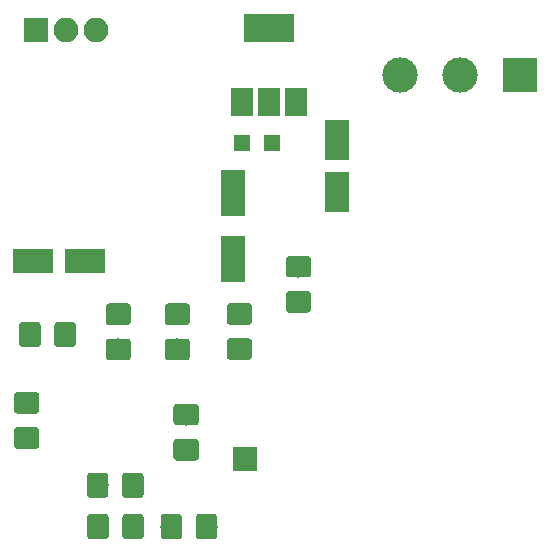
<source format=gbr>
G04 #@! TF.GenerationSoftware,KiCad,Pcbnew,5.0.0-fee4fd1~66~ubuntu16.04.1*
G04 #@! TF.CreationDate,2018-09-10T21:40:52+02:00*
G04 #@! TF.ProjectId,fpvlaptracker32,6670766C6170747261636B657233322E,rev?*
G04 #@! TF.SameCoordinates,Original*
G04 #@! TF.FileFunction,Soldermask,Bot*
G04 #@! TF.FilePolarity,Negative*
%FSLAX46Y46*%
G04 Gerber Fmt 4.6, Leading zero omitted, Abs format (unit mm)*
G04 Created by KiCad (PCBNEW 5.0.0-fee4fd1~66~ubuntu16.04.1) date Mon Sep 10 21:40:52 2018*
%MOMM*%
%LPD*%
G01*
G04 APERTURE LIST*
%ADD10R,3.000000X3.000000*%
%ADD11C,3.000000*%
%ADD12R,4.200000X2.400000*%
%ADD13R,1.900000X2.400000*%
%ADD14R,1.400000X1.400000*%
%ADD15C,0.100000*%
%ADD16C,1.825000*%
%ADD17R,2.000000X3.400000*%
%ADD18R,2.000000X3.900000*%
%ADD19R,3.400000X2.000000*%
%ADD20R,2.100000X2.100000*%
%ADD21O,2.100000X2.100000*%
G04 APERTURE END LIST*
D10*
G04 #@! TO.C,J1*
X179500000Y-82750000D03*
D11*
X174420000Y-82750000D03*
X169340000Y-82750000D03*
G04 #@! TD*
D12*
G04 #@! TO.C,U2*
X158250000Y-78750000D03*
D13*
X158250000Y-85050000D03*
X155950000Y-85050000D03*
X160550000Y-85050000D03*
G04 #@! TD*
D14*
G04 #@! TO.C,D4*
X158500000Y-88500000D03*
X156000000Y-88500000D03*
G04 #@! TD*
D15*
G04 #@! TO.C,C6*
G36*
X141623707Y-103676542D02*
X141654787Y-103681152D01*
X141685266Y-103688787D01*
X141714850Y-103699372D01*
X141743254Y-103712806D01*
X141770204Y-103728959D01*
X141795442Y-103747677D01*
X141818723Y-103768777D01*
X141839823Y-103792058D01*
X141858541Y-103817296D01*
X141874694Y-103844246D01*
X141888128Y-103872650D01*
X141898713Y-103902234D01*
X141906348Y-103932713D01*
X141910958Y-103963793D01*
X141912500Y-103995176D01*
X141912500Y-105504824D01*
X141910958Y-105536207D01*
X141906348Y-105567287D01*
X141898713Y-105597766D01*
X141888128Y-105627350D01*
X141874694Y-105655754D01*
X141858541Y-105682704D01*
X141839823Y-105707942D01*
X141818723Y-105731223D01*
X141795442Y-105752323D01*
X141770204Y-105771041D01*
X141743254Y-105787194D01*
X141714850Y-105800628D01*
X141685266Y-105811213D01*
X141654787Y-105818848D01*
X141623707Y-105823458D01*
X141592324Y-105825000D01*
X140407676Y-105825000D01*
X140376293Y-105823458D01*
X140345213Y-105818848D01*
X140314734Y-105811213D01*
X140285150Y-105800628D01*
X140256746Y-105787194D01*
X140229796Y-105771041D01*
X140204558Y-105752323D01*
X140181277Y-105731223D01*
X140160177Y-105707942D01*
X140141459Y-105682704D01*
X140125306Y-105655754D01*
X140111872Y-105627350D01*
X140101287Y-105597766D01*
X140093652Y-105567287D01*
X140089042Y-105536207D01*
X140087500Y-105504824D01*
X140087500Y-103995176D01*
X140089042Y-103963793D01*
X140093652Y-103932713D01*
X140101287Y-103902234D01*
X140111872Y-103872650D01*
X140125306Y-103844246D01*
X140141459Y-103817296D01*
X140160177Y-103792058D01*
X140181277Y-103768777D01*
X140204558Y-103747677D01*
X140229796Y-103728959D01*
X140256746Y-103712806D01*
X140285150Y-103699372D01*
X140314734Y-103688787D01*
X140345213Y-103681152D01*
X140376293Y-103676542D01*
X140407676Y-103675000D01*
X141592324Y-103675000D01*
X141623707Y-103676542D01*
X141623707Y-103676542D01*
G37*
D16*
X141000000Y-104750000D03*
D15*
G36*
X138648707Y-103676542D02*
X138679787Y-103681152D01*
X138710266Y-103688787D01*
X138739850Y-103699372D01*
X138768254Y-103712806D01*
X138795204Y-103728959D01*
X138820442Y-103747677D01*
X138843723Y-103768777D01*
X138864823Y-103792058D01*
X138883541Y-103817296D01*
X138899694Y-103844246D01*
X138913128Y-103872650D01*
X138923713Y-103902234D01*
X138931348Y-103932713D01*
X138935958Y-103963793D01*
X138937500Y-103995176D01*
X138937500Y-105504824D01*
X138935958Y-105536207D01*
X138931348Y-105567287D01*
X138923713Y-105597766D01*
X138913128Y-105627350D01*
X138899694Y-105655754D01*
X138883541Y-105682704D01*
X138864823Y-105707942D01*
X138843723Y-105731223D01*
X138820442Y-105752323D01*
X138795204Y-105771041D01*
X138768254Y-105787194D01*
X138739850Y-105800628D01*
X138710266Y-105811213D01*
X138679787Y-105818848D01*
X138648707Y-105823458D01*
X138617324Y-105825000D01*
X137432676Y-105825000D01*
X137401293Y-105823458D01*
X137370213Y-105818848D01*
X137339734Y-105811213D01*
X137310150Y-105800628D01*
X137281746Y-105787194D01*
X137254796Y-105771041D01*
X137229558Y-105752323D01*
X137206277Y-105731223D01*
X137185177Y-105707942D01*
X137166459Y-105682704D01*
X137150306Y-105655754D01*
X137136872Y-105627350D01*
X137126287Y-105597766D01*
X137118652Y-105567287D01*
X137114042Y-105536207D01*
X137112500Y-105504824D01*
X137112500Y-103995176D01*
X137114042Y-103963793D01*
X137118652Y-103932713D01*
X137126287Y-103902234D01*
X137136872Y-103872650D01*
X137150306Y-103844246D01*
X137166459Y-103817296D01*
X137185177Y-103792058D01*
X137206277Y-103768777D01*
X137229558Y-103747677D01*
X137254796Y-103728959D01*
X137281746Y-103712806D01*
X137310150Y-103699372D01*
X137339734Y-103688787D01*
X137370213Y-103681152D01*
X137401293Y-103676542D01*
X137432676Y-103675000D01*
X138617324Y-103675000D01*
X138648707Y-103676542D01*
X138648707Y-103676542D01*
G37*
D16*
X138025000Y-104750000D03*
G04 #@! TD*
D15*
G04 #@! TO.C,R4*
G36*
X161536207Y-98089042D02*
X161567287Y-98093652D01*
X161597766Y-98101287D01*
X161627350Y-98111872D01*
X161655754Y-98125306D01*
X161682704Y-98141459D01*
X161707942Y-98160177D01*
X161731223Y-98181277D01*
X161752323Y-98204558D01*
X161771041Y-98229796D01*
X161787194Y-98256746D01*
X161800628Y-98285150D01*
X161811213Y-98314734D01*
X161818848Y-98345213D01*
X161823458Y-98376293D01*
X161825000Y-98407676D01*
X161825000Y-99592324D01*
X161823458Y-99623707D01*
X161818848Y-99654787D01*
X161811213Y-99685266D01*
X161800628Y-99714850D01*
X161787194Y-99743254D01*
X161771041Y-99770204D01*
X161752323Y-99795442D01*
X161731223Y-99818723D01*
X161707942Y-99839823D01*
X161682704Y-99858541D01*
X161655754Y-99874694D01*
X161627350Y-99888128D01*
X161597766Y-99898713D01*
X161567287Y-99906348D01*
X161536207Y-99910958D01*
X161504824Y-99912500D01*
X159995176Y-99912500D01*
X159963793Y-99910958D01*
X159932713Y-99906348D01*
X159902234Y-99898713D01*
X159872650Y-99888128D01*
X159844246Y-99874694D01*
X159817296Y-99858541D01*
X159792058Y-99839823D01*
X159768777Y-99818723D01*
X159747677Y-99795442D01*
X159728959Y-99770204D01*
X159712806Y-99743254D01*
X159699372Y-99714850D01*
X159688787Y-99685266D01*
X159681152Y-99654787D01*
X159676542Y-99623707D01*
X159675000Y-99592324D01*
X159675000Y-98407676D01*
X159676542Y-98376293D01*
X159681152Y-98345213D01*
X159688787Y-98314734D01*
X159699372Y-98285150D01*
X159712806Y-98256746D01*
X159728959Y-98229796D01*
X159747677Y-98204558D01*
X159768777Y-98181277D01*
X159792058Y-98160177D01*
X159817296Y-98141459D01*
X159844246Y-98125306D01*
X159872650Y-98111872D01*
X159902234Y-98101287D01*
X159932713Y-98093652D01*
X159963793Y-98089042D01*
X159995176Y-98087500D01*
X161504824Y-98087500D01*
X161536207Y-98089042D01*
X161536207Y-98089042D01*
G37*
D16*
X160750000Y-99000000D03*
D15*
G36*
X161536207Y-101064042D02*
X161567287Y-101068652D01*
X161597766Y-101076287D01*
X161627350Y-101086872D01*
X161655754Y-101100306D01*
X161682704Y-101116459D01*
X161707942Y-101135177D01*
X161731223Y-101156277D01*
X161752323Y-101179558D01*
X161771041Y-101204796D01*
X161787194Y-101231746D01*
X161800628Y-101260150D01*
X161811213Y-101289734D01*
X161818848Y-101320213D01*
X161823458Y-101351293D01*
X161825000Y-101382676D01*
X161825000Y-102567324D01*
X161823458Y-102598707D01*
X161818848Y-102629787D01*
X161811213Y-102660266D01*
X161800628Y-102689850D01*
X161787194Y-102718254D01*
X161771041Y-102745204D01*
X161752323Y-102770442D01*
X161731223Y-102793723D01*
X161707942Y-102814823D01*
X161682704Y-102833541D01*
X161655754Y-102849694D01*
X161627350Y-102863128D01*
X161597766Y-102873713D01*
X161567287Y-102881348D01*
X161536207Y-102885958D01*
X161504824Y-102887500D01*
X159995176Y-102887500D01*
X159963793Y-102885958D01*
X159932713Y-102881348D01*
X159902234Y-102873713D01*
X159872650Y-102863128D01*
X159844246Y-102849694D01*
X159817296Y-102833541D01*
X159792058Y-102814823D01*
X159768777Y-102793723D01*
X159747677Y-102770442D01*
X159728959Y-102745204D01*
X159712806Y-102718254D01*
X159699372Y-102689850D01*
X159688787Y-102660266D01*
X159681152Y-102629787D01*
X159676542Y-102598707D01*
X159675000Y-102567324D01*
X159675000Y-101382676D01*
X159676542Y-101351293D01*
X159681152Y-101320213D01*
X159688787Y-101289734D01*
X159699372Y-101260150D01*
X159712806Y-101231746D01*
X159728959Y-101204796D01*
X159747677Y-101179558D01*
X159768777Y-101156277D01*
X159792058Y-101135177D01*
X159817296Y-101116459D01*
X159844246Y-101100306D01*
X159872650Y-101086872D01*
X159902234Y-101076287D01*
X159932713Y-101068652D01*
X159963793Y-101064042D01*
X159995176Y-101062500D01*
X161504824Y-101062500D01*
X161536207Y-101064042D01*
X161536207Y-101064042D01*
G37*
D16*
X160750000Y-101975000D03*
G04 #@! TD*
D15*
G04 #@! TO.C,R6*
G36*
X153598707Y-119926542D02*
X153629787Y-119931152D01*
X153660266Y-119938787D01*
X153689850Y-119949372D01*
X153718254Y-119962806D01*
X153745204Y-119978959D01*
X153770442Y-119997677D01*
X153793723Y-120018777D01*
X153814823Y-120042058D01*
X153833541Y-120067296D01*
X153849694Y-120094246D01*
X153863128Y-120122650D01*
X153873713Y-120152234D01*
X153881348Y-120182713D01*
X153885958Y-120213793D01*
X153887500Y-120245176D01*
X153887500Y-121754824D01*
X153885958Y-121786207D01*
X153881348Y-121817287D01*
X153873713Y-121847766D01*
X153863128Y-121877350D01*
X153849694Y-121905754D01*
X153833541Y-121932704D01*
X153814823Y-121957942D01*
X153793723Y-121981223D01*
X153770442Y-122002323D01*
X153745204Y-122021041D01*
X153718254Y-122037194D01*
X153689850Y-122050628D01*
X153660266Y-122061213D01*
X153629787Y-122068848D01*
X153598707Y-122073458D01*
X153567324Y-122075000D01*
X152382676Y-122075000D01*
X152351293Y-122073458D01*
X152320213Y-122068848D01*
X152289734Y-122061213D01*
X152260150Y-122050628D01*
X152231746Y-122037194D01*
X152204796Y-122021041D01*
X152179558Y-122002323D01*
X152156277Y-121981223D01*
X152135177Y-121957942D01*
X152116459Y-121932704D01*
X152100306Y-121905754D01*
X152086872Y-121877350D01*
X152076287Y-121847766D01*
X152068652Y-121817287D01*
X152064042Y-121786207D01*
X152062500Y-121754824D01*
X152062500Y-120245176D01*
X152064042Y-120213793D01*
X152068652Y-120182713D01*
X152076287Y-120152234D01*
X152086872Y-120122650D01*
X152100306Y-120094246D01*
X152116459Y-120067296D01*
X152135177Y-120042058D01*
X152156277Y-120018777D01*
X152179558Y-119997677D01*
X152204796Y-119978959D01*
X152231746Y-119962806D01*
X152260150Y-119949372D01*
X152289734Y-119938787D01*
X152320213Y-119931152D01*
X152351293Y-119926542D01*
X152382676Y-119925000D01*
X153567324Y-119925000D01*
X153598707Y-119926542D01*
X153598707Y-119926542D01*
G37*
D16*
X152975000Y-121000000D03*
D15*
G36*
X150623707Y-119926542D02*
X150654787Y-119931152D01*
X150685266Y-119938787D01*
X150714850Y-119949372D01*
X150743254Y-119962806D01*
X150770204Y-119978959D01*
X150795442Y-119997677D01*
X150818723Y-120018777D01*
X150839823Y-120042058D01*
X150858541Y-120067296D01*
X150874694Y-120094246D01*
X150888128Y-120122650D01*
X150898713Y-120152234D01*
X150906348Y-120182713D01*
X150910958Y-120213793D01*
X150912500Y-120245176D01*
X150912500Y-121754824D01*
X150910958Y-121786207D01*
X150906348Y-121817287D01*
X150898713Y-121847766D01*
X150888128Y-121877350D01*
X150874694Y-121905754D01*
X150858541Y-121932704D01*
X150839823Y-121957942D01*
X150818723Y-121981223D01*
X150795442Y-122002323D01*
X150770204Y-122021041D01*
X150743254Y-122037194D01*
X150714850Y-122050628D01*
X150685266Y-122061213D01*
X150654787Y-122068848D01*
X150623707Y-122073458D01*
X150592324Y-122075000D01*
X149407676Y-122075000D01*
X149376293Y-122073458D01*
X149345213Y-122068848D01*
X149314734Y-122061213D01*
X149285150Y-122050628D01*
X149256746Y-122037194D01*
X149229796Y-122021041D01*
X149204558Y-122002323D01*
X149181277Y-121981223D01*
X149160177Y-121957942D01*
X149141459Y-121932704D01*
X149125306Y-121905754D01*
X149111872Y-121877350D01*
X149101287Y-121847766D01*
X149093652Y-121817287D01*
X149089042Y-121786207D01*
X149087500Y-121754824D01*
X149087500Y-120245176D01*
X149089042Y-120213793D01*
X149093652Y-120182713D01*
X149101287Y-120152234D01*
X149111872Y-120122650D01*
X149125306Y-120094246D01*
X149141459Y-120067296D01*
X149160177Y-120042058D01*
X149181277Y-120018777D01*
X149204558Y-119997677D01*
X149229796Y-119978959D01*
X149256746Y-119962806D01*
X149285150Y-119949372D01*
X149314734Y-119938787D01*
X149345213Y-119931152D01*
X149376293Y-119926542D01*
X149407676Y-119925000D01*
X150592324Y-119925000D01*
X150623707Y-119926542D01*
X150623707Y-119926542D01*
G37*
D16*
X150000000Y-121000000D03*
G04 #@! TD*
D15*
G04 #@! TO.C,R7*
G36*
X147373707Y-119926542D02*
X147404787Y-119931152D01*
X147435266Y-119938787D01*
X147464850Y-119949372D01*
X147493254Y-119962806D01*
X147520204Y-119978959D01*
X147545442Y-119997677D01*
X147568723Y-120018777D01*
X147589823Y-120042058D01*
X147608541Y-120067296D01*
X147624694Y-120094246D01*
X147638128Y-120122650D01*
X147648713Y-120152234D01*
X147656348Y-120182713D01*
X147660958Y-120213793D01*
X147662500Y-120245176D01*
X147662500Y-121754824D01*
X147660958Y-121786207D01*
X147656348Y-121817287D01*
X147648713Y-121847766D01*
X147638128Y-121877350D01*
X147624694Y-121905754D01*
X147608541Y-121932704D01*
X147589823Y-121957942D01*
X147568723Y-121981223D01*
X147545442Y-122002323D01*
X147520204Y-122021041D01*
X147493254Y-122037194D01*
X147464850Y-122050628D01*
X147435266Y-122061213D01*
X147404787Y-122068848D01*
X147373707Y-122073458D01*
X147342324Y-122075000D01*
X146157676Y-122075000D01*
X146126293Y-122073458D01*
X146095213Y-122068848D01*
X146064734Y-122061213D01*
X146035150Y-122050628D01*
X146006746Y-122037194D01*
X145979796Y-122021041D01*
X145954558Y-122002323D01*
X145931277Y-121981223D01*
X145910177Y-121957942D01*
X145891459Y-121932704D01*
X145875306Y-121905754D01*
X145861872Y-121877350D01*
X145851287Y-121847766D01*
X145843652Y-121817287D01*
X145839042Y-121786207D01*
X145837500Y-121754824D01*
X145837500Y-120245176D01*
X145839042Y-120213793D01*
X145843652Y-120182713D01*
X145851287Y-120152234D01*
X145861872Y-120122650D01*
X145875306Y-120094246D01*
X145891459Y-120067296D01*
X145910177Y-120042058D01*
X145931277Y-120018777D01*
X145954558Y-119997677D01*
X145979796Y-119978959D01*
X146006746Y-119962806D01*
X146035150Y-119949372D01*
X146064734Y-119938787D01*
X146095213Y-119931152D01*
X146126293Y-119926542D01*
X146157676Y-119925000D01*
X147342324Y-119925000D01*
X147373707Y-119926542D01*
X147373707Y-119926542D01*
G37*
D16*
X146750000Y-121000000D03*
D15*
G36*
X144398707Y-119926542D02*
X144429787Y-119931152D01*
X144460266Y-119938787D01*
X144489850Y-119949372D01*
X144518254Y-119962806D01*
X144545204Y-119978959D01*
X144570442Y-119997677D01*
X144593723Y-120018777D01*
X144614823Y-120042058D01*
X144633541Y-120067296D01*
X144649694Y-120094246D01*
X144663128Y-120122650D01*
X144673713Y-120152234D01*
X144681348Y-120182713D01*
X144685958Y-120213793D01*
X144687500Y-120245176D01*
X144687500Y-121754824D01*
X144685958Y-121786207D01*
X144681348Y-121817287D01*
X144673713Y-121847766D01*
X144663128Y-121877350D01*
X144649694Y-121905754D01*
X144633541Y-121932704D01*
X144614823Y-121957942D01*
X144593723Y-121981223D01*
X144570442Y-122002323D01*
X144545204Y-122021041D01*
X144518254Y-122037194D01*
X144489850Y-122050628D01*
X144460266Y-122061213D01*
X144429787Y-122068848D01*
X144398707Y-122073458D01*
X144367324Y-122075000D01*
X143182676Y-122075000D01*
X143151293Y-122073458D01*
X143120213Y-122068848D01*
X143089734Y-122061213D01*
X143060150Y-122050628D01*
X143031746Y-122037194D01*
X143004796Y-122021041D01*
X142979558Y-122002323D01*
X142956277Y-121981223D01*
X142935177Y-121957942D01*
X142916459Y-121932704D01*
X142900306Y-121905754D01*
X142886872Y-121877350D01*
X142876287Y-121847766D01*
X142868652Y-121817287D01*
X142864042Y-121786207D01*
X142862500Y-121754824D01*
X142862500Y-120245176D01*
X142864042Y-120213793D01*
X142868652Y-120182713D01*
X142876287Y-120152234D01*
X142886872Y-120122650D01*
X142900306Y-120094246D01*
X142916459Y-120067296D01*
X142935177Y-120042058D01*
X142956277Y-120018777D01*
X142979558Y-119997677D01*
X143004796Y-119978959D01*
X143031746Y-119962806D01*
X143060150Y-119949372D01*
X143089734Y-119938787D01*
X143120213Y-119931152D01*
X143151293Y-119926542D01*
X143182676Y-119925000D01*
X144367324Y-119925000D01*
X144398707Y-119926542D01*
X144398707Y-119926542D01*
G37*
D16*
X143775000Y-121000000D03*
G04 #@! TD*
D15*
G04 #@! TO.C,R8*
G36*
X151286207Y-105089042D02*
X151317287Y-105093652D01*
X151347766Y-105101287D01*
X151377350Y-105111872D01*
X151405754Y-105125306D01*
X151432704Y-105141459D01*
X151457942Y-105160177D01*
X151481223Y-105181277D01*
X151502323Y-105204558D01*
X151521041Y-105229796D01*
X151537194Y-105256746D01*
X151550628Y-105285150D01*
X151561213Y-105314734D01*
X151568848Y-105345213D01*
X151573458Y-105376293D01*
X151575000Y-105407676D01*
X151575000Y-106592324D01*
X151573458Y-106623707D01*
X151568848Y-106654787D01*
X151561213Y-106685266D01*
X151550628Y-106714850D01*
X151537194Y-106743254D01*
X151521041Y-106770204D01*
X151502323Y-106795442D01*
X151481223Y-106818723D01*
X151457942Y-106839823D01*
X151432704Y-106858541D01*
X151405754Y-106874694D01*
X151377350Y-106888128D01*
X151347766Y-106898713D01*
X151317287Y-106906348D01*
X151286207Y-106910958D01*
X151254824Y-106912500D01*
X149745176Y-106912500D01*
X149713793Y-106910958D01*
X149682713Y-106906348D01*
X149652234Y-106898713D01*
X149622650Y-106888128D01*
X149594246Y-106874694D01*
X149567296Y-106858541D01*
X149542058Y-106839823D01*
X149518777Y-106818723D01*
X149497677Y-106795442D01*
X149478959Y-106770204D01*
X149462806Y-106743254D01*
X149449372Y-106714850D01*
X149438787Y-106685266D01*
X149431152Y-106654787D01*
X149426542Y-106623707D01*
X149425000Y-106592324D01*
X149425000Y-105407676D01*
X149426542Y-105376293D01*
X149431152Y-105345213D01*
X149438787Y-105314734D01*
X149449372Y-105285150D01*
X149462806Y-105256746D01*
X149478959Y-105229796D01*
X149497677Y-105204558D01*
X149518777Y-105181277D01*
X149542058Y-105160177D01*
X149567296Y-105141459D01*
X149594246Y-105125306D01*
X149622650Y-105111872D01*
X149652234Y-105101287D01*
X149682713Y-105093652D01*
X149713793Y-105089042D01*
X149745176Y-105087500D01*
X151254824Y-105087500D01*
X151286207Y-105089042D01*
X151286207Y-105089042D01*
G37*
D16*
X150500000Y-106000000D03*
D15*
G36*
X151286207Y-102114042D02*
X151317287Y-102118652D01*
X151347766Y-102126287D01*
X151377350Y-102136872D01*
X151405754Y-102150306D01*
X151432704Y-102166459D01*
X151457942Y-102185177D01*
X151481223Y-102206277D01*
X151502323Y-102229558D01*
X151521041Y-102254796D01*
X151537194Y-102281746D01*
X151550628Y-102310150D01*
X151561213Y-102339734D01*
X151568848Y-102370213D01*
X151573458Y-102401293D01*
X151575000Y-102432676D01*
X151575000Y-103617324D01*
X151573458Y-103648707D01*
X151568848Y-103679787D01*
X151561213Y-103710266D01*
X151550628Y-103739850D01*
X151537194Y-103768254D01*
X151521041Y-103795204D01*
X151502323Y-103820442D01*
X151481223Y-103843723D01*
X151457942Y-103864823D01*
X151432704Y-103883541D01*
X151405754Y-103899694D01*
X151377350Y-103913128D01*
X151347766Y-103923713D01*
X151317287Y-103931348D01*
X151286207Y-103935958D01*
X151254824Y-103937500D01*
X149745176Y-103937500D01*
X149713793Y-103935958D01*
X149682713Y-103931348D01*
X149652234Y-103923713D01*
X149622650Y-103913128D01*
X149594246Y-103899694D01*
X149567296Y-103883541D01*
X149542058Y-103864823D01*
X149518777Y-103843723D01*
X149497677Y-103820442D01*
X149478959Y-103795204D01*
X149462806Y-103768254D01*
X149449372Y-103739850D01*
X149438787Y-103710266D01*
X149431152Y-103679787D01*
X149426542Y-103648707D01*
X149425000Y-103617324D01*
X149425000Y-102432676D01*
X149426542Y-102401293D01*
X149431152Y-102370213D01*
X149438787Y-102339734D01*
X149449372Y-102310150D01*
X149462806Y-102281746D01*
X149478959Y-102254796D01*
X149497677Y-102229558D01*
X149518777Y-102206277D01*
X149542058Y-102185177D01*
X149567296Y-102166459D01*
X149594246Y-102150306D01*
X149622650Y-102136872D01*
X149652234Y-102126287D01*
X149682713Y-102118652D01*
X149713793Y-102114042D01*
X149745176Y-102112500D01*
X151254824Y-102112500D01*
X151286207Y-102114042D01*
X151286207Y-102114042D01*
G37*
D16*
X150500000Y-103025000D03*
G04 #@! TD*
D15*
G04 #@! TO.C,R9*
G36*
X146286207Y-105089042D02*
X146317287Y-105093652D01*
X146347766Y-105101287D01*
X146377350Y-105111872D01*
X146405754Y-105125306D01*
X146432704Y-105141459D01*
X146457942Y-105160177D01*
X146481223Y-105181277D01*
X146502323Y-105204558D01*
X146521041Y-105229796D01*
X146537194Y-105256746D01*
X146550628Y-105285150D01*
X146561213Y-105314734D01*
X146568848Y-105345213D01*
X146573458Y-105376293D01*
X146575000Y-105407676D01*
X146575000Y-106592324D01*
X146573458Y-106623707D01*
X146568848Y-106654787D01*
X146561213Y-106685266D01*
X146550628Y-106714850D01*
X146537194Y-106743254D01*
X146521041Y-106770204D01*
X146502323Y-106795442D01*
X146481223Y-106818723D01*
X146457942Y-106839823D01*
X146432704Y-106858541D01*
X146405754Y-106874694D01*
X146377350Y-106888128D01*
X146347766Y-106898713D01*
X146317287Y-106906348D01*
X146286207Y-106910958D01*
X146254824Y-106912500D01*
X144745176Y-106912500D01*
X144713793Y-106910958D01*
X144682713Y-106906348D01*
X144652234Y-106898713D01*
X144622650Y-106888128D01*
X144594246Y-106874694D01*
X144567296Y-106858541D01*
X144542058Y-106839823D01*
X144518777Y-106818723D01*
X144497677Y-106795442D01*
X144478959Y-106770204D01*
X144462806Y-106743254D01*
X144449372Y-106714850D01*
X144438787Y-106685266D01*
X144431152Y-106654787D01*
X144426542Y-106623707D01*
X144425000Y-106592324D01*
X144425000Y-105407676D01*
X144426542Y-105376293D01*
X144431152Y-105345213D01*
X144438787Y-105314734D01*
X144449372Y-105285150D01*
X144462806Y-105256746D01*
X144478959Y-105229796D01*
X144497677Y-105204558D01*
X144518777Y-105181277D01*
X144542058Y-105160177D01*
X144567296Y-105141459D01*
X144594246Y-105125306D01*
X144622650Y-105111872D01*
X144652234Y-105101287D01*
X144682713Y-105093652D01*
X144713793Y-105089042D01*
X144745176Y-105087500D01*
X146254824Y-105087500D01*
X146286207Y-105089042D01*
X146286207Y-105089042D01*
G37*
D16*
X145500000Y-106000000D03*
D15*
G36*
X146286207Y-102114042D02*
X146317287Y-102118652D01*
X146347766Y-102126287D01*
X146377350Y-102136872D01*
X146405754Y-102150306D01*
X146432704Y-102166459D01*
X146457942Y-102185177D01*
X146481223Y-102206277D01*
X146502323Y-102229558D01*
X146521041Y-102254796D01*
X146537194Y-102281746D01*
X146550628Y-102310150D01*
X146561213Y-102339734D01*
X146568848Y-102370213D01*
X146573458Y-102401293D01*
X146575000Y-102432676D01*
X146575000Y-103617324D01*
X146573458Y-103648707D01*
X146568848Y-103679787D01*
X146561213Y-103710266D01*
X146550628Y-103739850D01*
X146537194Y-103768254D01*
X146521041Y-103795204D01*
X146502323Y-103820442D01*
X146481223Y-103843723D01*
X146457942Y-103864823D01*
X146432704Y-103883541D01*
X146405754Y-103899694D01*
X146377350Y-103913128D01*
X146347766Y-103923713D01*
X146317287Y-103931348D01*
X146286207Y-103935958D01*
X146254824Y-103937500D01*
X144745176Y-103937500D01*
X144713793Y-103935958D01*
X144682713Y-103931348D01*
X144652234Y-103923713D01*
X144622650Y-103913128D01*
X144594246Y-103899694D01*
X144567296Y-103883541D01*
X144542058Y-103864823D01*
X144518777Y-103843723D01*
X144497677Y-103820442D01*
X144478959Y-103795204D01*
X144462806Y-103768254D01*
X144449372Y-103739850D01*
X144438787Y-103710266D01*
X144431152Y-103679787D01*
X144426542Y-103648707D01*
X144425000Y-103617324D01*
X144425000Y-102432676D01*
X144426542Y-102401293D01*
X144431152Y-102370213D01*
X144438787Y-102339734D01*
X144449372Y-102310150D01*
X144462806Y-102281746D01*
X144478959Y-102254796D01*
X144497677Y-102229558D01*
X144518777Y-102206277D01*
X144542058Y-102185177D01*
X144567296Y-102166459D01*
X144594246Y-102150306D01*
X144622650Y-102136872D01*
X144652234Y-102126287D01*
X144682713Y-102118652D01*
X144713793Y-102114042D01*
X144745176Y-102112500D01*
X146254824Y-102112500D01*
X146286207Y-102114042D01*
X146286207Y-102114042D01*
G37*
D16*
X145500000Y-103025000D03*
G04 #@! TD*
D15*
G04 #@! TO.C,R12*
G36*
X138536207Y-112589042D02*
X138567287Y-112593652D01*
X138597766Y-112601287D01*
X138627350Y-112611872D01*
X138655754Y-112625306D01*
X138682704Y-112641459D01*
X138707942Y-112660177D01*
X138731223Y-112681277D01*
X138752323Y-112704558D01*
X138771041Y-112729796D01*
X138787194Y-112756746D01*
X138800628Y-112785150D01*
X138811213Y-112814734D01*
X138818848Y-112845213D01*
X138823458Y-112876293D01*
X138825000Y-112907676D01*
X138825000Y-114092324D01*
X138823458Y-114123707D01*
X138818848Y-114154787D01*
X138811213Y-114185266D01*
X138800628Y-114214850D01*
X138787194Y-114243254D01*
X138771041Y-114270204D01*
X138752323Y-114295442D01*
X138731223Y-114318723D01*
X138707942Y-114339823D01*
X138682704Y-114358541D01*
X138655754Y-114374694D01*
X138627350Y-114388128D01*
X138597766Y-114398713D01*
X138567287Y-114406348D01*
X138536207Y-114410958D01*
X138504824Y-114412500D01*
X136995176Y-114412500D01*
X136963793Y-114410958D01*
X136932713Y-114406348D01*
X136902234Y-114398713D01*
X136872650Y-114388128D01*
X136844246Y-114374694D01*
X136817296Y-114358541D01*
X136792058Y-114339823D01*
X136768777Y-114318723D01*
X136747677Y-114295442D01*
X136728959Y-114270204D01*
X136712806Y-114243254D01*
X136699372Y-114214850D01*
X136688787Y-114185266D01*
X136681152Y-114154787D01*
X136676542Y-114123707D01*
X136675000Y-114092324D01*
X136675000Y-112907676D01*
X136676542Y-112876293D01*
X136681152Y-112845213D01*
X136688787Y-112814734D01*
X136699372Y-112785150D01*
X136712806Y-112756746D01*
X136728959Y-112729796D01*
X136747677Y-112704558D01*
X136768777Y-112681277D01*
X136792058Y-112660177D01*
X136817296Y-112641459D01*
X136844246Y-112625306D01*
X136872650Y-112611872D01*
X136902234Y-112601287D01*
X136932713Y-112593652D01*
X136963793Y-112589042D01*
X136995176Y-112587500D01*
X138504824Y-112587500D01*
X138536207Y-112589042D01*
X138536207Y-112589042D01*
G37*
D16*
X137750000Y-113500000D03*
D15*
G36*
X138536207Y-109614042D02*
X138567287Y-109618652D01*
X138597766Y-109626287D01*
X138627350Y-109636872D01*
X138655754Y-109650306D01*
X138682704Y-109666459D01*
X138707942Y-109685177D01*
X138731223Y-109706277D01*
X138752323Y-109729558D01*
X138771041Y-109754796D01*
X138787194Y-109781746D01*
X138800628Y-109810150D01*
X138811213Y-109839734D01*
X138818848Y-109870213D01*
X138823458Y-109901293D01*
X138825000Y-109932676D01*
X138825000Y-111117324D01*
X138823458Y-111148707D01*
X138818848Y-111179787D01*
X138811213Y-111210266D01*
X138800628Y-111239850D01*
X138787194Y-111268254D01*
X138771041Y-111295204D01*
X138752323Y-111320442D01*
X138731223Y-111343723D01*
X138707942Y-111364823D01*
X138682704Y-111383541D01*
X138655754Y-111399694D01*
X138627350Y-111413128D01*
X138597766Y-111423713D01*
X138567287Y-111431348D01*
X138536207Y-111435958D01*
X138504824Y-111437500D01*
X136995176Y-111437500D01*
X136963793Y-111435958D01*
X136932713Y-111431348D01*
X136902234Y-111423713D01*
X136872650Y-111413128D01*
X136844246Y-111399694D01*
X136817296Y-111383541D01*
X136792058Y-111364823D01*
X136768777Y-111343723D01*
X136747677Y-111320442D01*
X136728959Y-111295204D01*
X136712806Y-111268254D01*
X136699372Y-111239850D01*
X136688787Y-111210266D01*
X136681152Y-111179787D01*
X136676542Y-111148707D01*
X136675000Y-111117324D01*
X136675000Y-109932676D01*
X136676542Y-109901293D01*
X136681152Y-109870213D01*
X136688787Y-109839734D01*
X136699372Y-109810150D01*
X136712806Y-109781746D01*
X136728959Y-109754796D01*
X136747677Y-109729558D01*
X136768777Y-109706277D01*
X136792058Y-109685177D01*
X136817296Y-109666459D01*
X136844246Y-109650306D01*
X136872650Y-109636872D01*
X136902234Y-109626287D01*
X136932713Y-109618652D01*
X136963793Y-109614042D01*
X136995176Y-109612500D01*
X138504824Y-109612500D01*
X138536207Y-109614042D01*
X138536207Y-109614042D01*
G37*
D16*
X137750000Y-110525000D03*
G04 #@! TD*
D17*
G04 #@! TO.C,C7*
X164000000Y-92700000D03*
X164000000Y-88300000D03*
G04 #@! TD*
D18*
G04 #@! TO.C,C8*
X155250000Y-92750000D03*
X155250000Y-98350000D03*
G04 #@! TD*
D19*
G04 #@! TO.C,C9*
X138300000Y-98500000D03*
X142700000Y-98500000D03*
G04 #@! TD*
D20*
G04 #@! TO.C,J2*
X138500000Y-79000000D03*
D21*
X141040000Y-79000000D03*
X143580000Y-79000000D03*
G04 #@! TD*
D15*
G04 #@! TO.C,C1*
G36*
X147361207Y-116426542D02*
X147392287Y-116431152D01*
X147422766Y-116438787D01*
X147452350Y-116449372D01*
X147480754Y-116462806D01*
X147507704Y-116478959D01*
X147532942Y-116497677D01*
X147556223Y-116518777D01*
X147577323Y-116542058D01*
X147596041Y-116567296D01*
X147612194Y-116594246D01*
X147625628Y-116622650D01*
X147636213Y-116652234D01*
X147643848Y-116682713D01*
X147648458Y-116713793D01*
X147650000Y-116745176D01*
X147650000Y-118254824D01*
X147648458Y-118286207D01*
X147643848Y-118317287D01*
X147636213Y-118347766D01*
X147625628Y-118377350D01*
X147612194Y-118405754D01*
X147596041Y-118432704D01*
X147577323Y-118457942D01*
X147556223Y-118481223D01*
X147532942Y-118502323D01*
X147507704Y-118521041D01*
X147480754Y-118537194D01*
X147452350Y-118550628D01*
X147422766Y-118561213D01*
X147392287Y-118568848D01*
X147361207Y-118573458D01*
X147329824Y-118575000D01*
X146145176Y-118575000D01*
X146113793Y-118573458D01*
X146082713Y-118568848D01*
X146052234Y-118561213D01*
X146022650Y-118550628D01*
X145994246Y-118537194D01*
X145967296Y-118521041D01*
X145942058Y-118502323D01*
X145918777Y-118481223D01*
X145897677Y-118457942D01*
X145878959Y-118432704D01*
X145862806Y-118405754D01*
X145849372Y-118377350D01*
X145838787Y-118347766D01*
X145831152Y-118317287D01*
X145826542Y-118286207D01*
X145825000Y-118254824D01*
X145825000Y-116745176D01*
X145826542Y-116713793D01*
X145831152Y-116682713D01*
X145838787Y-116652234D01*
X145849372Y-116622650D01*
X145862806Y-116594246D01*
X145878959Y-116567296D01*
X145897677Y-116542058D01*
X145918777Y-116518777D01*
X145942058Y-116497677D01*
X145967296Y-116478959D01*
X145994246Y-116462806D01*
X146022650Y-116449372D01*
X146052234Y-116438787D01*
X146082713Y-116431152D01*
X146113793Y-116426542D01*
X146145176Y-116425000D01*
X147329824Y-116425000D01*
X147361207Y-116426542D01*
X147361207Y-116426542D01*
G37*
D16*
X146737500Y-117500000D03*
D15*
G36*
X144386207Y-116426542D02*
X144417287Y-116431152D01*
X144447766Y-116438787D01*
X144477350Y-116449372D01*
X144505754Y-116462806D01*
X144532704Y-116478959D01*
X144557942Y-116497677D01*
X144581223Y-116518777D01*
X144602323Y-116542058D01*
X144621041Y-116567296D01*
X144637194Y-116594246D01*
X144650628Y-116622650D01*
X144661213Y-116652234D01*
X144668848Y-116682713D01*
X144673458Y-116713793D01*
X144675000Y-116745176D01*
X144675000Y-118254824D01*
X144673458Y-118286207D01*
X144668848Y-118317287D01*
X144661213Y-118347766D01*
X144650628Y-118377350D01*
X144637194Y-118405754D01*
X144621041Y-118432704D01*
X144602323Y-118457942D01*
X144581223Y-118481223D01*
X144557942Y-118502323D01*
X144532704Y-118521041D01*
X144505754Y-118537194D01*
X144477350Y-118550628D01*
X144447766Y-118561213D01*
X144417287Y-118568848D01*
X144386207Y-118573458D01*
X144354824Y-118575000D01*
X143170176Y-118575000D01*
X143138793Y-118573458D01*
X143107713Y-118568848D01*
X143077234Y-118561213D01*
X143047650Y-118550628D01*
X143019246Y-118537194D01*
X142992296Y-118521041D01*
X142967058Y-118502323D01*
X142943777Y-118481223D01*
X142922677Y-118457942D01*
X142903959Y-118432704D01*
X142887806Y-118405754D01*
X142874372Y-118377350D01*
X142863787Y-118347766D01*
X142856152Y-118317287D01*
X142851542Y-118286207D01*
X142850000Y-118254824D01*
X142850000Y-116745176D01*
X142851542Y-116713793D01*
X142856152Y-116682713D01*
X142863787Y-116652234D01*
X142874372Y-116622650D01*
X142887806Y-116594246D01*
X142903959Y-116567296D01*
X142922677Y-116542058D01*
X142943777Y-116518777D01*
X142967058Y-116497677D01*
X142992296Y-116478959D01*
X143019246Y-116462806D01*
X143047650Y-116449372D01*
X143077234Y-116438787D01*
X143107713Y-116431152D01*
X143138793Y-116426542D01*
X143170176Y-116425000D01*
X144354824Y-116425000D01*
X144386207Y-116426542D01*
X144386207Y-116426542D01*
G37*
D16*
X143762500Y-117500000D03*
G04 #@! TD*
D15*
G04 #@! TO.C,C2*
G36*
X156536207Y-105064042D02*
X156567287Y-105068652D01*
X156597766Y-105076287D01*
X156627350Y-105086872D01*
X156655754Y-105100306D01*
X156682704Y-105116459D01*
X156707942Y-105135177D01*
X156731223Y-105156277D01*
X156752323Y-105179558D01*
X156771041Y-105204796D01*
X156787194Y-105231746D01*
X156800628Y-105260150D01*
X156811213Y-105289734D01*
X156818848Y-105320213D01*
X156823458Y-105351293D01*
X156825000Y-105382676D01*
X156825000Y-106567324D01*
X156823458Y-106598707D01*
X156818848Y-106629787D01*
X156811213Y-106660266D01*
X156800628Y-106689850D01*
X156787194Y-106718254D01*
X156771041Y-106745204D01*
X156752323Y-106770442D01*
X156731223Y-106793723D01*
X156707942Y-106814823D01*
X156682704Y-106833541D01*
X156655754Y-106849694D01*
X156627350Y-106863128D01*
X156597766Y-106873713D01*
X156567287Y-106881348D01*
X156536207Y-106885958D01*
X156504824Y-106887500D01*
X154995176Y-106887500D01*
X154963793Y-106885958D01*
X154932713Y-106881348D01*
X154902234Y-106873713D01*
X154872650Y-106863128D01*
X154844246Y-106849694D01*
X154817296Y-106833541D01*
X154792058Y-106814823D01*
X154768777Y-106793723D01*
X154747677Y-106770442D01*
X154728959Y-106745204D01*
X154712806Y-106718254D01*
X154699372Y-106689850D01*
X154688787Y-106660266D01*
X154681152Y-106629787D01*
X154676542Y-106598707D01*
X154675000Y-106567324D01*
X154675000Y-105382676D01*
X154676542Y-105351293D01*
X154681152Y-105320213D01*
X154688787Y-105289734D01*
X154699372Y-105260150D01*
X154712806Y-105231746D01*
X154728959Y-105204796D01*
X154747677Y-105179558D01*
X154768777Y-105156277D01*
X154792058Y-105135177D01*
X154817296Y-105116459D01*
X154844246Y-105100306D01*
X154872650Y-105086872D01*
X154902234Y-105076287D01*
X154932713Y-105068652D01*
X154963793Y-105064042D01*
X154995176Y-105062500D01*
X156504824Y-105062500D01*
X156536207Y-105064042D01*
X156536207Y-105064042D01*
G37*
D16*
X155750000Y-105975000D03*
D15*
G36*
X156536207Y-102089042D02*
X156567287Y-102093652D01*
X156597766Y-102101287D01*
X156627350Y-102111872D01*
X156655754Y-102125306D01*
X156682704Y-102141459D01*
X156707942Y-102160177D01*
X156731223Y-102181277D01*
X156752323Y-102204558D01*
X156771041Y-102229796D01*
X156787194Y-102256746D01*
X156800628Y-102285150D01*
X156811213Y-102314734D01*
X156818848Y-102345213D01*
X156823458Y-102376293D01*
X156825000Y-102407676D01*
X156825000Y-103592324D01*
X156823458Y-103623707D01*
X156818848Y-103654787D01*
X156811213Y-103685266D01*
X156800628Y-103714850D01*
X156787194Y-103743254D01*
X156771041Y-103770204D01*
X156752323Y-103795442D01*
X156731223Y-103818723D01*
X156707942Y-103839823D01*
X156682704Y-103858541D01*
X156655754Y-103874694D01*
X156627350Y-103888128D01*
X156597766Y-103898713D01*
X156567287Y-103906348D01*
X156536207Y-103910958D01*
X156504824Y-103912500D01*
X154995176Y-103912500D01*
X154963793Y-103910958D01*
X154932713Y-103906348D01*
X154902234Y-103898713D01*
X154872650Y-103888128D01*
X154844246Y-103874694D01*
X154817296Y-103858541D01*
X154792058Y-103839823D01*
X154768777Y-103818723D01*
X154747677Y-103795442D01*
X154728959Y-103770204D01*
X154712806Y-103743254D01*
X154699372Y-103714850D01*
X154688787Y-103685266D01*
X154681152Y-103654787D01*
X154676542Y-103623707D01*
X154675000Y-103592324D01*
X154675000Y-102407676D01*
X154676542Y-102376293D01*
X154681152Y-102345213D01*
X154688787Y-102314734D01*
X154699372Y-102285150D01*
X154712806Y-102256746D01*
X154728959Y-102229796D01*
X154747677Y-102204558D01*
X154768777Y-102181277D01*
X154792058Y-102160177D01*
X154817296Y-102141459D01*
X154844246Y-102125306D01*
X154872650Y-102111872D01*
X154902234Y-102101287D01*
X154932713Y-102093652D01*
X154963793Y-102089042D01*
X154995176Y-102087500D01*
X156504824Y-102087500D01*
X156536207Y-102089042D01*
X156536207Y-102089042D01*
G37*
D16*
X155750000Y-103000000D03*
G04 #@! TD*
D15*
G04 #@! TO.C,R2*
G36*
X152036207Y-113589042D02*
X152067287Y-113593652D01*
X152097766Y-113601287D01*
X152127350Y-113611872D01*
X152155754Y-113625306D01*
X152182704Y-113641459D01*
X152207942Y-113660177D01*
X152231223Y-113681277D01*
X152252323Y-113704558D01*
X152271041Y-113729796D01*
X152287194Y-113756746D01*
X152300628Y-113785150D01*
X152311213Y-113814734D01*
X152318848Y-113845213D01*
X152323458Y-113876293D01*
X152325000Y-113907676D01*
X152325000Y-115092324D01*
X152323458Y-115123707D01*
X152318848Y-115154787D01*
X152311213Y-115185266D01*
X152300628Y-115214850D01*
X152287194Y-115243254D01*
X152271041Y-115270204D01*
X152252323Y-115295442D01*
X152231223Y-115318723D01*
X152207942Y-115339823D01*
X152182704Y-115358541D01*
X152155754Y-115374694D01*
X152127350Y-115388128D01*
X152097766Y-115398713D01*
X152067287Y-115406348D01*
X152036207Y-115410958D01*
X152004824Y-115412500D01*
X150495176Y-115412500D01*
X150463793Y-115410958D01*
X150432713Y-115406348D01*
X150402234Y-115398713D01*
X150372650Y-115388128D01*
X150344246Y-115374694D01*
X150317296Y-115358541D01*
X150292058Y-115339823D01*
X150268777Y-115318723D01*
X150247677Y-115295442D01*
X150228959Y-115270204D01*
X150212806Y-115243254D01*
X150199372Y-115214850D01*
X150188787Y-115185266D01*
X150181152Y-115154787D01*
X150176542Y-115123707D01*
X150175000Y-115092324D01*
X150175000Y-113907676D01*
X150176542Y-113876293D01*
X150181152Y-113845213D01*
X150188787Y-113814734D01*
X150199372Y-113785150D01*
X150212806Y-113756746D01*
X150228959Y-113729796D01*
X150247677Y-113704558D01*
X150268777Y-113681277D01*
X150292058Y-113660177D01*
X150317296Y-113641459D01*
X150344246Y-113625306D01*
X150372650Y-113611872D01*
X150402234Y-113601287D01*
X150432713Y-113593652D01*
X150463793Y-113589042D01*
X150495176Y-113587500D01*
X152004824Y-113587500D01*
X152036207Y-113589042D01*
X152036207Y-113589042D01*
G37*
D16*
X151250000Y-114500000D03*
D15*
G36*
X152036207Y-110614042D02*
X152067287Y-110618652D01*
X152097766Y-110626287D01*
X152127350Y-110636872D01*
X152155754Y-110650306D01*
X152182704Y-110666459D01*
X152207942Y-110685177D01*
X152231223Y-110706277D01*
X152252323Y-110729558D01*
X152271041Y-110754796D01*
X152287194Y-110781746D01*
X152300628Y-110810150D01*
X152311213Y-110839734D01*
X152318848Y-110870213D01*
X152323458Y-110901293D01*
X152325000Y-110932676D01*
X152325000Y-112117324D01*
X152323458Y-112148707D01*
X152318848Y-112179787D01*
X152311213Y-112210266D01*
X152300628Y-112239850D01*
X152287194Y-112268254D01*
X152271041Y-112295204D01*
X152252323Y-112320442D01*
X152231223Y-112343723D01*
X152207942Y-112364823D01*
X152182704Y-112383541D01*
X152155754Y-112399694D01*
X152127350Y-112413128D01*
X152097766Y-112423713D01*
X152067287Y-112431348D01*
X152036207Y-112435958D01*
X152004824Y-112437500D01*
X150495176Y-112437500D01*
X150463793Y-112435958D01*
X150432713Y-112431348D01*
X150402234Y-112423713D01*
X150372650Y-112413128D01*
X150344246Y-112399694D01*
X150317296Y-112383541D01*
X150292058Y-112364823D01*
X150268777Y-112343723D01*
X150247677Y-112320442D01*
X150228959Y-112295204D01*
X150212806Y-112268254D01*
X150199372Y-112239850D01*
X150188787Y-112210266D01*
X150181152Y-112179787D01*
X150176542Y-112148707D01*
X150175000Y-112117324D01*
X150175000Y-110932676D01*
X150176542Y-110901293D01*
X150181152Y-110870213D01*
X150188787Y-110839734D01*
X150199372Y-110810150D01*
X150212806Y-110781746D01*
X150228959Y-110754796D01*
X150247677Y-110729558D01*
X150268777Y-110706277D01*
X150292058Y-110685177D01*
X150317296Y-110666459D01*
X150344246Y-110650306D01*
X150372650Y-110636872D01*
X150402234Y-110626287D01*
X150432713Y-110618652D01*
X150463793Y-110614042D01*
X150495176Y-110612500D01*
X152004824Y-110612500D01*
X152036207Y-110614042D01*
X152036207Y-110614042D01*
G37*
D16*
X151250000Y-111525000D03*
G04 #@! TD*
D20*
G04 #@! TO.C,J3*
X156250000Y-115250000D03*
G04 #@! TD*
M02*

</source>
